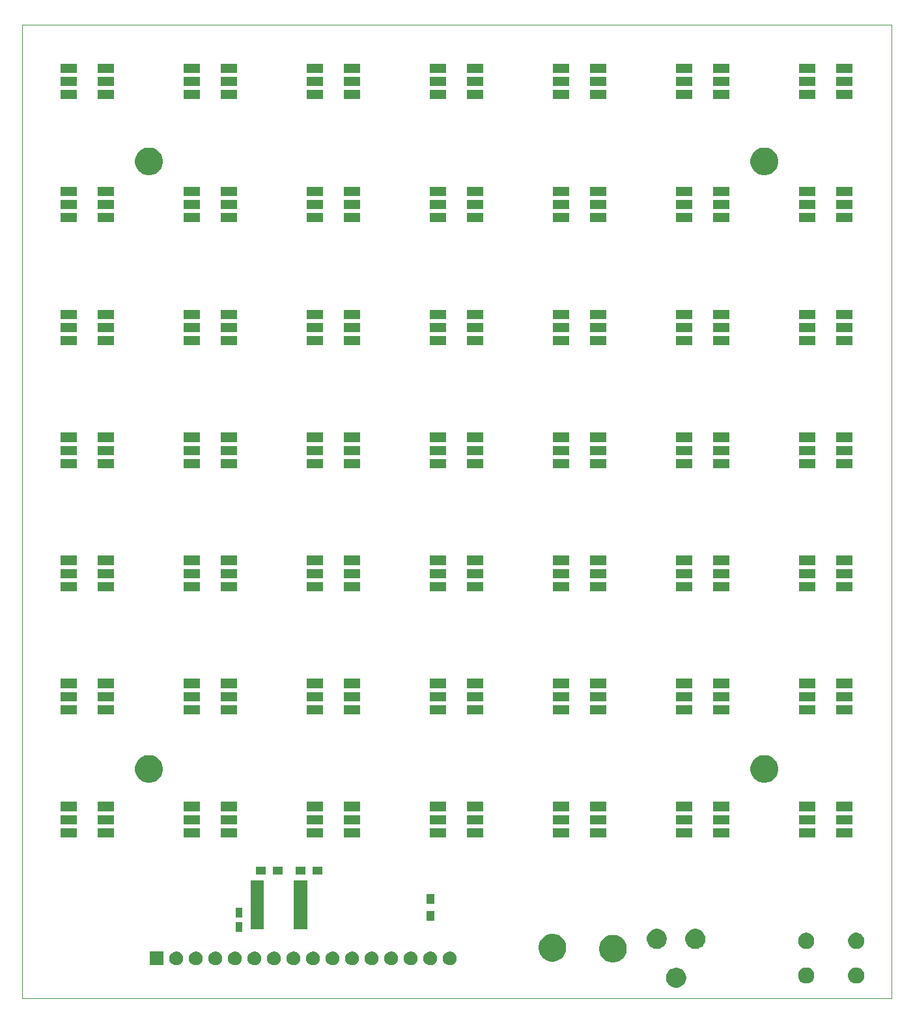
<source format=gbr>
G04 #@! TF.GenerationSoftware,KiCad,Pcbnew,(5.1.5)-3*
G04 #@! TF.CreationDate,2020-03-22T16:58:59-07:00*
G04 #@! TF.ProjectId,ESP-BuildStatus-Light-Board,4553502d-4275-4696-9c64-537461747573,rev?*
G04 #@! TF.SameCoordinates,Original*
G04 #@! TF.FileFunction,Soldermask,Top*
G04 #@! TF.FilePolarity,Negative*
%FSLAX46Y46*%
G04 Gerber Fmt 4.6, Leading zero omitted, Abs format (unit mm)*
G04 Created by KiCad (PCBNEW (5.1.5)-3) date 2020-03-22 16:58:59*
%MOMM*%
%LPD*%
G04 APERTURE LIST*
%ADD10C,0.050000*%
%ADD11C,0.100000*%
G04 APERTURE END LIST*
D10*
X130429000Y-144907000D02*
X130429000Y-18288000D01*
X243459000Y-144907000D02*
X130429000Y-144907000D01*
X243459000Y-18288000D02*
X243459000Y-144907000D01*
X130429000Y-18288000D02*
X243459000Y-18288000D01*
D11*
G36*
X215858487Y-140948996D02*
G01*
X216095253Y-141047068D01*
X216095255Y-141047069D01*
X216170932Y-141097635D01*
X216308339Y-141189447D01*
X216489553Y-141370661D01*
X216631932Y-141583747D01*
X216730004Y-141820513D01*
X216780000Y-142071861D01*
X216780000Y-142328139D01*
X216730004Y-142579487D01*
X216667508Y-142730365D01*
X216631931Y-142816255D01*
X216489553Y-143029339D01*
X216308339Y-143210553D01*
X216095255Y-143352931D01*
X216095254Y-143352932D01*
X216095253Y-143352932D01*
X215858487Y-143451004D01*
X215607139Y-143501000D01*
X215350861Y-143501000D01*
X215099513Y-143451004D01*
X214862747Y-143352932D01*
X214862746Y-143352932D01*
X214862745Y-143352931D01*
X214649661Y-143210553D01*
X214468447Y-143029339D01*
X214326069Y-142816255D01*
X214290492Y-142730365D01*
X214227996Y-142579487D01*
X214178000Y-142328139D01*
X214178000Y-142071861D01*
X214227996Y-141820513D01*
X214326068Y-141583747D01*
X214468447Y-141370661D01*
X214649661Y-141189447D01*
X214787068Y-141097635D01*
X214862745Y-141047069D01*
X214862747Y-141047068D01*
X215099513Y-140948996D01*
X215350861Y-140899000D01*
X215607139Y-140899000D01*
X215858487Y-140948996D01*
G37*
G36*
X239193564Y-140903389D02*
G01*
X239384833Y-140982615D01*
X239384835Y-140982616D01*
X239556973Y-141097635D01*
X239703365Y-141244027D01*
X239818385Y-141416167D01*
X239897611Y-141607436D01*
X239938000Y-141810484D01*
X239938000Y-142017516D01*
X239897611Y-142220564D01*
X239853053Y-142328137D01*
X239818384Y-142411835D01*
X239703365Y-142583973D01*
X239556973Y-142730365D01*
X239384835Y-142845384D01*
X239384834Y-142845385D01*
X239384833Y-142845385D01*
X239193564Y-142924611D01*
X238990516Y-142965000D01*
X238783484Y-142965000D01*
X238580436Y-142924611D01*
X238389167Y-142845385D01*
X238389166Y-142845385D01*
X238389165Y-142845384D01*
X238217027Y-142730365D01*
X238070635Y-142583973D01*
X237955616Y-142411835D01*
X237920947Y-142328137D01*
X237876389Y-142220564D01*
X237836000Y-142017516D01*
X237836000Y-141810484D01*
X237876389Y-141607436D01*
X237955615Y-141416167D01*
X238070635Y-141244027D01*
X238217027Y-141097635D01*
X238389165Y-140982616D01*
X238389167Y-140982615D01*
X238580436Y-140903389D01*
X238783484Y-140863000D01*
X238990516Y-140863000D01*
X239193564Y-140903389D01*
G37*
G36*
X232693564Y-140903389D02*
G01*
X232884833Y-140982615D01*
X232884835Y-140982616D01*
X233056973Y-141097635D01*
X233203365Y-141244027D01*
X233318385Y-141416167D01*
X233397611Y-141607436D01*
X233438000Y-141810484D01*
X233438000Y-142017516D01*
X233397611Y-142220564D01*
X233353053Y-142328137D01*
X233318384Y-142411835D01*
X233203365Y-142583973D01*
X233056973Y-142730365D01*
X232884835Y-142845384D01*
X232884834Y-142845385D01*
X232884833Y-142845385D01*
X232693564Y-142924611D01*
X232490516Y-142965000D01*
X232283484Y-142965000D01*
X232080436Y-142924611D01*
X231889167Y-142845385D01*
X231889166Y-142845385D01*
X231889165Y-142845384D01*
X231717027Y-142730365D01*
X231570635Y-142583973D01*
X231455616Y-142411835D01*
X231420947Y-142328137D01*
X231376389Y-142220564D01*
X231336000Y-142017516D01*
X231336000Y-141810484D01*
X231376389Y-141607436D01*
X231455615Y-141416167D01*
X231570635Y-141244027D01*
X231717027Y-141097635D01*
X231889165Y-140982616D01*
X231889167Y-140982615D01*
X232080436Y-140903389D01*
X232283484Y-140863000D01*
X232490516Y-140863000D01*
X232693564Y-140903389D01*
G37*
G36*
X168388512Y-138803927D02*
G01*
X168537812Y-138833624D01*
X168701784Y-138901544D01*
X168849354Y-139000147D01*
X168974853Y-139125646D01*
X169073456Y-139273216D01*
X169141376Y-139437188D01*
X169176000Y-139611259D01*
X169176000Y-139788741D01*
X169141376Y-139962812D01*
X169073456Y-140126784D01*
X168974853Y-140274354D01*
X168849354Y-140399853D01*
X168701784Y-140498456D01*
X168537812Y-140566376D01*
X168388512Y-140596073D01*
X168363742Y-140601000D01*
X168186258Y-140601000D01*
X168161488Y-140596073D01*
X168012188Y-140566376D01*
X167848216Y-140498456D01*
X167700646Y-140399853D01*
X167575147Y-140274354D01*
X167476544Y-140126784D01*
X167408624Y-139962812D01*
X167374000Y-139788741D01*
X167374000Y-139611259D01*
X167408624Y-139437188D01*
X167476544Y-139273216D01*
X167575147Y-139125646D01*
X167700646Y-139000147D01*
X167848216Y-138901544D01*
X168012188Y-138833624D01*
X168161488Y-138803927D01*
X168186258Y-138799000D01*
X168363742Y-138799000D01*
X168388512Y-138803927D01*
G37*
G36*
X163308512Y-138803927D02*
G01*
X163457812Y-138833624D01*
X163621784Y-138901544D01*
X163769354Y-139000147D01*
X163894853Y-139125646D01*
X163993456Y-139273216D01*
X164061376Y-139437188D01*
X164096000Y-139611259D01*
X164096000Y-139788741D01*
X164061376Y-139962812D01*
X163993456Y-140126784D01*
X163894853Y-140274354D01*
X163769354Y-140399853D01*
X163621784Y-140498456D01*
X163457812Y-140566376D01*
X163308512Y-140596073D01*
X163283742Y-140601000D01*
X163106258Y-140601000D01*
X163081488Y-140596073D01*
X162932188Y-140566376D01*
X162768216Y-140498456D01*
X162620646Y-140399853D01*
X162495147Y-140274354D01*
X162396544Y-140126784D01*
X162328624Y-139962812D01*
X162294000Y-139788741D01*
X162294000Y-139611259D01*
X162328624Y-139437188D01*
X162396544Y-139273216D01*
X162495147Y-139125646D01*
X162620646Y-139000147D01*
X162768216Y-138901544D01*
X162932188Y-138833624D01*
X163081488Y-138803927D01*
X163106258Y-138799000D01*
X163283742Y-138799000D01*
X163308512Y-138803927D01*
G37*
G36*
X160768512Y-138803927D02*
G01*
X160917812Y-138833624D01*
X161081784Y-138901544D01*
X161229354Y-139000147D01*
X161354853Y-139125646D01*
X161453456Y-139273216D01*
X161521376Y-139437188D01*
X161556000Y-139611259D01*
X161556000Y-139788741D01*
X161521376Y-139962812D01*
X161453456Y-140126784D01*
X161354853Y-140274354D01*
X161229354Y-140399853D01*
X161081784Y-140498456D01*
X160917812Y-140566376D01*
X160768512Y-140596073D01*
X160743742Y-140601000D01*
X160566258Y-140601000D01*
X160541488Y-140596073D01*
X160392188Y-140566376D01*
X160228216Y-140498456D01*
X160080646Y-140399853D01*
X159955147Y-140274354D01*
X159856544Y-140126784D01*
X159788624Y-139962812D01*
X159754000Y-139788741D01*
X159754000Y-139611259D01*
X159788624Y-139437188D01*
X159856544Y-139273216D01*
X159955147Y-139125646D01*
X160080646Y-139000147D01*
X160228216Y-138901544D01*
X160392188Y-138833624D01*
X160541488Y-138803927D01*
X160566258Y-138799000D01*
X160743742Y-138799000D01*
X160768512Y-138803927D01*
G37*
G36*
X158228512Y-138803927D02*
G01*
X158377812Y-138833624D01*
X158541784Y-138901544D01*
X158689354Y-139000147D01*
X158814853Y-139125646D01*
X158913456Y-139273216D01*
X158981376Y-139437188D01*
X159016000Y-139611259D01*
X159016000Y-139788741D01*
X158981376Y-139962812D01*
X158913456Y-140126784D01*
X158814853Y-140274354D01*
X158689354Y-140399853D01*
X158541784Y-140498456D01*
X158377812Y-140566376D01*
X158228512Y-140596073D01*
X158203742Y-140601000D01*
X158026258Y-140601000D01*
X158001488Y-140596073D01*
X157852188Y-140566376D01*
X157688216Y-140498456D01*
X157540646Y-140399853D01*
X157415147Y-140274354D01*
X157316544Y-140126784D01*
X157248624Y-139962812D01*
X157214000Y-139788741D01*
X157214000Y-139611259D01*
X157248624Y-139437188D01*
X157316544Y-139273216D01*
X157415147Y-139125646D01*
X157540646Y-139000147D01*
X157688216Y-138901544D01*
X157852188Y-138833624D01*
X158001488Y-138803927D01*
X158026258Y-138799000D01*
X158203742Y-138799000D01*
X158228512Y-138803927D01*
G37*
G36*
X155688512Y-138803927D02*
G01*
X155837812Y-138833624D01*
X156001784Y-138901544D01*
X156149354Y-139000147D01*
X156274853Y-139125646D01*
X156373456Y-139273216D01*
X156441376Y-139437188D01*
X156476000Y-139611259D01*
X156476000Y-139788741D01*
X156441376Y-139962812D01*
X156373456Y-140126784D01*
X156274853Y-140274354D01*
X156149354Y-140399853D01*
X156001784Y-140498456D01*
X155837812Y-140566376D01*
X155688512Y-140596073D01*
X155663742Y-140601000D01*
X155486258Y-140601000D01*
X155461488Y-140596073D01*
X155312188Y-140566376D01*
X155148216Y-140498456D01*
X155000646Y-140399853D01*
X154875147Y-140274354D01*
X154776544Y-140126784D01*
X154708624Y-139962812D01*
X154674000Y-139788741D01*
X154674000Y-139611259D01*
X154708624Y-139437188D01*
X154776544Y-139273216D01*
X154875147Y-139125646D01*
X155000646Y-139000147D01*
X155148216Y-138901544D01*
X155312188Y-138833624D01*
X155461488Y-138803927D01*
X155486258Y-138799000D01*
X155663742Y-138799000D01*
X155688512Y-138803927D01*
G37*
G36*
X153148512Y-138803927D02*
G01*
X153297812Y-138833624D01*
X153461784Y-138901544D01*
X153609354Y-139000147D01*
X153734853Y-139125646D01*
X153833456Y-139273216D01*
X153901376Y-139437188D01*
X153936000Y-139611259D01*
X153936000Y-139788741D01*
X153901376Y-139962812D01*
X153833456Y-140126784D01*
X153734853Y-140274354D01*
X153609354Y-140399853D01*
X153461784Y-140498456D01*
X153297812Y-140566376D01*
X153148512Y-140596073D01*
X153123742Y-140601000D01*
X152946258Y-140601000D01*
X152921488Y-140596073D01*
X152772188Y-140566376D01*
X152608216Y-140498456D01*
X152460646Y-140399853D01*
X152335147Y-140274354D01*
X152236544Y-140126784D01*
X152168624Y-139962812D01*
X152134000Y-139788741D01*
X152134000Y-139611259D01*
X152168624Y-139437188D01*
X152236544Y-139273216D01*
X152335147Y-139125646D01*
X152460646Y-139000147D01*
X152608216Y-138901544D01*
X152772188Y-138833624D01*
X152921488Y-138803927D01*
X152946258Y-138799000D01*
X153123742Y-138799000D01*
X153148512Y-138803927D01*
G37*
G36*
X150608512Y-138803927D02*
G01*
X150757812Y-138833624D01*
X150921784Y-138901544D01*
X151069354Y-139000147D01*
X151194853Y-139125646D01*
X151293456Y-139273216D01*
X151361376Y-139437188D01*
X151396000Y-139611259D01*
X151396000Y-139788741D01*
X151361376Y-139962812D01*
X151293456Y-140126784D01*
X151194853Y-140274354D01*
X151069354Y-140399853D01*
X150921784Y-140498456D01*
X150757812Y-140566376D01*
X150608512Y-140596073D01*
X150583742Y-140601000D01*
X150406258Y-140601000D01*
X150381488Y-140596073D01*
X150232188Y-140566376D01*
X150068216Y-140498456D01*
X149920646Y-140399853D01*
X149795147Y-140274354D01*
X149696544Y-140126784D01*
X149628624Y-139962812D01*
X149594000Y-139788741D01*
X149594000Y-139611259D01*
X149628624Y-139437188D01*
X149696544Y-139273216D01*
X149795147Y-139125646D01*
X149920646Y-139000147D01*
X150068216Y-138901544D01*
X150232188Y-138833624D01*
X150381488Y-138803927D01*
X150406258Y-138799000D01*
X150583742Y-138799000D01*
X150608512Y-138803927D01*
G37*
G36*
X148856000Y-140601000D02*
G01*
X147054000Y-140601000D01*
X147054000Y-138799000D01*
X148856000Y-138799000D01*
X148856000Y-140601000D01*
G37*
G36*
X165848512Y-138803927D02*
G01*
X165997812Y-138833624D01*
X166161784Y-138901544D01*
X166309354Y-139000147D01*
X166434853Y-139125646D01*
X166533456Y-139273216D01*
X166601376Y-139437188D01*
X166636000Y-139611259D01*
X166636000Y-139788741D01*
X166601376Y-139962812D01*
X166533456Y-140126784D01*
X166434853Y-140274354D01*
X166309354Y-140399853D01*
X166161784Y-140498456D01*
X165997812Y-140566376D01*
X165848512Y-140596073D01*
X165823742Y-140601000D01*
X165646258Y-140601000D01*
X165621488Y-140596073D01*
X165472188Y-140566376D01*
X165308216Y-140498456D01*
X165160646Y-140399853D01*
X165035147Y-140274354D01*
X164936544Y-140126784D01*
X164868624Y-139962812D01*
X164834000Y-139788741D01*
X164834000Y-139611259D01*
X164868624Y-139437188D01*
X164936544Y-139273216D01*
X165035147Y-139125646D01*
X165160646Y-139000147D01*
X165308216Y-138901544D01*
X165472188Y-138833624D01*
X165621488Y-138803927D01*
X165646258Y-138799000D01*
X165823742Y-138799000D01*
X165848512Y-138803927D01*
G37*
G36*
X170928512Y-138803927D02*
G01*
X171077812Y-138833624D01*
X171241784Y-138901544D01*
X171389354Y-139000147D01*
X171514853Y-139125646D01*
X171613456Y-139273216D01*
X171681376Y-139437188D01*
X171716000Y-139611259D01*
X171716000Y-139788741D01*
X171681376Y-139962812D01*
X171613456Y-140126784D01*
X171514853Y-140274354D01*
X171389354Y-140399853D01*
X171241784Y-140498456D01*
X171077812Y-140566376D01*
X170928512Y-140596073D01*
X170903742Y-140601000D01*
X170726258Y-140601000D01*
X170701488Y-140596073D01*
X170552188Y-140566376D01*
X170388216Y-140498456D01*
X170240646Y-140399853D01*
X170115147Y-140274354D01*
X170016544Y-140126784D01*
X169948624Y-139962812D01*
X169914000Y-139788741D01*
X169914000Y-139611259D01*
X169948624Y-139437188D01*
X170016544Y-139273216D01*
X170115147Y-139125646D01*
X170240646Y-139000147D01*
X170388216Y-138901544D01*
X170552188Y-138833624D01*
X170701488Y-138803927D01*
X170726258Y-138799000D01*
X170903742Y-138799000D01*
X170928512Y-138803927D01*
G37*
G36*
X176008512Y-138803927D02*
G01*
X176157812Y-138833624D01*
X176321784Y-138901544D01*
X176469354Y-139000147D01*
X176594853Y-139125646D01*
X176693456Y-139273216D01*
X176761376Y-139437188D01*
X176796000Y-139611259D01*
X176796000Y-139788741D01*
X176761376Y-139962812D01*
X176693456Y-140126784D01*
X176594853Y-140274354D01*
X176469354Y-140399853D01*
X176321784Y-140498456D01*
X176157812Y-140566376D01*
X176008512Y-140596073D01*
X175983742Y-140601000D01*
X175806258Y-140601000D01*
X175781488Y-140596073D01*
X175632188Y-140566376D01*
X175468216Y-140498456D01*
X175320646Y-140399853D01*
X175195147Y-140274354D01*
X175096544Y-140126784D01*
X175028624Y-139962812D01*
X174994000Y-139788741D01*
X174994000Y-139611259D01*
X175028624Y-139437188D01*
X175096544Y-139273216D01*
X175195147Y-139125646D01*
X175320646Y-139000147D01*
X175468216Y-138901544D01*
X175632188Y-138833624D01*
X175781488Y-138803927D01*
X175806258Y-138799000D01*
X175983742Y-138799000D01*
X176008512Y-138803927D01*
G37*
G36*
X178548512Y-138803927D02*
G01*
X178697812Y-138833624D01*
X178861784Y-138901544D01*
X179009354Y-139000147D01*
X179134853Y-139125646D01*
X179233456Y-139273216D01*
X179301376Y-139437188D01*
X179336000Y-139611259D01*
X179336000Y-139788741D01*
X179301376Y-139962812D01*
X179233456Y-140126784D01*
X179134853Y-140274354D01*
X179009354Y-140399853D01*
X178861784Y-140498456D01*
X178697812Y-140566376D01*
X178548512Y-140596073D01*
X178523742Y-140601000D01*
X178346258Y-140601000D01*
X178321488Y-140596073D01*
X178172188Y-140566376D01*
X178008216Y-140498456D01*
X177860646Y-140399853D01*
X177735147Y-140274354D01*
X177636544Y-140126784D01*
X177568624Y-139962812D01*
X177534000Y-139788741D01*
X177534000Y-139611259D01*
X177568624Y-139437188D01*
X177636544Y-139273216D01*
X177735147Y-139125646D01*
X177860646Y-139000147D01*
X178008216Y-138901544D01*
X178172188Y-138833624D01*
X178321488Y-138803927D01*
X178346258Y-138799000D01*
X178523742Y-138799000D01*
X178548512Y-138803927D01*
G37*
G36*
X181088512Y-138803927D02*
G01*
X181237812Y-138833624D01*
X181401784Y-138901544D01*
X181549354Y-139000147D01*
X181674853Y-139125646D01*
X181773456Y-139273216D01*
X181841376Y-139437188D01*
X181876000Y-139611259D01*
X181876000Y-139788741D01*
X181841376Y-139962812D01*
X181773456Y-140126784D01*
X181674853Y-140274354D01*
X181549354Y-140399853D01*
X181401784Y-140498456D01*
X181237812Y-140566376D01*
X181088512Y-140596073D01*
X181063742Y-140601000D01*
X180886258Y-140601000D01*
X180861488Y-140596073D01*
X180712188Y-140566376D01*
X180548216Y-140498456D01*
X180400646Y-140399853D01*
X180275147Y-140274354D01*
X180176544Y-140126784D01*
X180108624Y-139962812D01*
X180074000Y-139788741D01*
X180074000Y-139611259D01*
X180108624Y-139437188D01*
X180176544Y-139273216D01*
X180275147Y-139125646D01*
X180400646Y-139000147D01*
X180548216Y-138901544D01*
X180712188Y-138833624D01*
X180861488Y-138803927D01*
X180886258Y-138799000D01*
X181063742Y-138799000D01*
X181088512Y-138803927D01*
G37*
G36*
X183628512Y-138803927D02*
G01*
X183777812Y-138833624D01*
X183941784Y-138901544D01*
X184089354Y-139000147D01*
X184214853Y-139125646D01*
X184313456Y-139273216D01*
X184381376Y-139437188D01*
X184416000Y-139611259D01*
X184416000Y-139788741D01*
X184381376Y-139962812D01*
X184313456Y-140126784D01*
X184214853Y-140274354D01*
X184089354Y-140399853D01*
X183941784Y-140498456D01*
X183777812Y-140566376D01*
X183628512Y-140596073D01*
X183603742Y-140601000D01*
X183426258Y-140601000D01*
X183401488Y-140596073D01*
X183252188Y-140566376D01*
X183088216Y-140498456D01*
X182940646Y-140399853D01*
X182815147Y-140274354D01*
X182716544Y-140126784D01*
X182648624Y-139962812D01*
X182614000Y-139788741D01*
X182614000Y-139611259D01*
X182648624Y-139437188D01*
X182716544Y-139273216D01*
X182815147Y-139125646D01*
X182940646Y-139000147D01*
X183088216Y-138901544D01*
X183252188Y-138833624D01*
X183401488Y-138803927D01*
X183426258Y-138799000D01*
X183603742Y-138799000D01*
X183628512Y-138803927D01*
G37*
G36*
X186168512Y-138803927D02*
G01*
X186317812Y-138833624D01*
X186481784Y-138901544D01*
X186629354Y-139000147D01*
X186754853Y-139125646D01*
X186853456Y-139273216D01*
X186921376Y-139437188D01*
X186956000Y-139611259D01*
X186956000Y-139788741D01*
X186921376Y-139962812D01*
X186853456Y-140126784D01*
X186754853Y-140274354D01*
X186629354Y-140399853D01*
X186481784Y-140498456D01*
X186317812Y-140566376D01*
X186168512Y-140596073D01*
X186143742Y-140601000D01*
X185966258Y-140601000D01*
X185941488Y-140596073D01*
X185792188Y-140566376D01*
X185628216Y-140498456D01*
X185480646Y-140399853D01*
X185355147Y-140274354D01*
X185256544Y-140126784D01*
X185188624Y-139962812D01*
X185154000Y-139788741D01*
X185154000Y-139611259D01*
X185188624Y-139437188D01*
X185256544Y-139273216D01*
X185355147Y-139125646D01*
X185480646Y-139000147D01*
X185628216Y-138901544D01*
X185792188Y-138833624D01*
X185941488Y-138803927D01*
X185966258Y-138799000D01*
X186143742Y-138799000D01*
X186168512Y-138803927D01*
G37*
G36*
X173468512Y-138803927D02*
G01*
X173617812Y-138833624D01*
X173781784Y-138901544D01*
X173929354Y-139000147D01*
X174054853Y-139125646D01*
X174153456Y-139273216D01*
X174221376Y-139437188D01*
X174256000Y-139611259D01*
X174256000Y-139788741D01*
X174221376Y-139962812D01*
X174153456Y-140126784D01*
X174054853Y-140274354D01*
X173929354Y-140399853D01*
X173781784Y-140498456D01*
X173617812Y-140566376D01*
X173468512Y-140596073D01*
X173443742Y-140601000D01*
X173266258Y-140601000D01*
X173241488Y-140596073D01*
X173092188Y-140566376D01*
X172928216Y-140498456D01*
X172780646Y-140399853D01*
X172655147Y-140274354D01*
X172556544Y-140126784D01*
X172488624Y-139962812D01*
X172454000Y-139788741D01*
X172454000Y-139611259D01*
X172488624Y-139437188D01*
X172556544Y-139273216D01*
X172655147Y-139125646D01*
X172780646Y-139000147D01*
X172928216Y-138901544D01*
X173092188Y-138833624D01*
X173241488Y-138803927D01*
X173266258Y-138799000D01*
X173443742Y-138799000D01*
X173468512Y-138803927D01*
G37*
G36*
X207789331Y-136698211D02*
G01*
X208117092Y-136833974D01*
X208412070Y-137031072D01*
X208662928Y-137281930D01*
X208860026Y-137576908D01*
X208995789Y-137904669D01*
X209065000Y-138252616D01*
X209065000Y-138607384D01*
X208995789Y-138955331D01*
X208860026Y-139283092D01*
X208662928Y-139578070D01*
X208412070Y-139828928D01*
X208117092Y-140026026D01*
X207789331Y-140161789D01*
X207441384Y-140231000D01*
X207086616Y-140231000D01*
X206738669Y-140161789D01*
X206410908Y-140026026D01*
X206115930Y-139828928D01*
X205865072Y-139578070D01*
X205667974Y-139283092D01*
X205532211Y-138955331D01*
X205463000Y-138607384D01*
X205463000Y-138252616D01*
X205532211Y-137904669D01*
X205667974Y-137576908D01*
X205865072Y-137281930D01*
X206115930Y-137031072D01*
X206410908Y-136833974D01*
X206738669Y-136698211D01*
X207086616Y-136629000D01*
X207441384Y-136629000D01*
X207789331Y-136698211D01*
G37*
G36*
X199915331Y-136571211D02*
G01*
X200243092Y-136706974D01*
X200538070Y-136904072D01*
X200788928Y-137154930D01*
X200986026Y-137449908D01*
X201121789Y-137777669D01*
X201191000Y-138125616D01*
X201191000Y-138480384D01*
X201121789Y-138828331D01*
X200986026Y-139156092D01*
X200788928Y-139451070D01*
X200538070Y-139701928D01*
X200243092Y-139899026D01*
X199915331Y-140034789D01*
X199567384Y-140104000D01*
X199212616Y-140104000D01*
X198864669Y-140034789D01*
X198536908Y-139899026D01*
X198241930Y-139701928D01*
X197991072Y-139451070D01*
X197793974Y-139156092D01*
X197658211Y-138828331D01*
X197589000Y-138480384D01*
X197589000Y-138125616D01*
X197658211Y-137777669D01*
X197793974Y-137449908D01*
X197991072Y-137154930D01*
X198241930Y-136904072D01*
X198536908Y-136706974D01*
X198864669Y-136571211D01*
X199212616Y-136502000D01*
X199567384Y-136502000D01*
X199915331Y-136571211D01*
G37*
G36*
X239193564Y-136403389D02*
G01*
X239384833Y-136482615D01*
X239384835Y-136482616D01*
X239556973Y-136597635D01*
X239703365Y-136744027D01*
X239810304Y-136904072D01*
X239818385Y-136916167D01*
X239897611Y-137107436D01*
X239938000Y-137310484D01*
X239938000Y-137517516D01*
X239897611Y-137720564D01*
X239873957Y-137777669D01*
X239818384Y-137911835D01*
X239703365Y-138083973D01*
X239556973Y-138230365D01*
X239384835Y-138345384D01*
X239384834Y-138345385D01*
X239384833Y-138345385D01*
X239193564Y-138424611D01*
X238990516Y-138465000D01*
X238783484Y-138465000D01*
X238580436Y-138424611D01*
X238389167Y-138345385D01*
X238389166Y-138345385D01*
X238389165Y-138345384D01*
X238217027Y-138230365D01*
X238070635Y-138083973D01*
X237955616Y-137911835D01*
X237900043Y-137777669D01*
X237876389Y-137720564D01*
X237836000Y-137517516D01*
X237836000Y-137310484D01*
X237876389Y-137107436D01*
X237955615Y-136916167D01*
X237963697Y-136904072D01*
X238070635Y-136744027D01*
X238217027Y-136597635D01*
X238389165Y-136482616D01*
X238389167Y-136482615D01*
X238580436Y-136403389D01*
X238783484Y-136363000D01*
X238990516Y-136363000D01*
X239193564Y-136403389D01*
G37*
G36*
X232693564Y-136403389D02*
G01*
X232884833Y-136482615D01*
X232884835Y-136482616D01*
X233056973Y-136597635D01*
X233203365Y-136744027D01*
X233310304Y-136904072D01*
X233318385Y-136916167D01*
X233397611Y-137107436D01*
X233438000Y-137310484D01*
X233438000Y-137517516D01*
X233397611Y-137720564D01*
X233373957Y-137777669D01*
X233318384Y-137911835D01*
X233203365Y-138083973D01*
X233056973Y-138230365D01*
X232884835Y-138345384D01*
X232884834Y-138345385D01*
X232884833Y-138345385D01*
X232693564Y-138424611D01*
X232490516Y-138465000D01*
X232283484Y-138465000D01*
X232080436Y-138424611D01*
X231889167Y-138345385D01*
X231889166Y-138345385D01*
X231889165Y-138345384D01*
X231717027Y-138230365D01*
X231570635Y-138083973D01*
X231455616Y-137911835D01*
X231400043Y-137777669D01*
X231376389Y-137720564D01*
X231336000Y-137517516D01*
X231336000Y-137310484D01*
X231376389Y-137107436D01*
X231455615Y-136916167D01*
X231463697Y-136904072D01*
X231570635Y-136744027D01*
X231717027Y-136597635D01*
X231889165Y-136482616D01*
X231889167Y-136482615D01*
X232080436Y-136403389D01*
X232283484Y-136363000D01*
X232490516Y-136363000D01*
X232693564Y-136403389D01*
G37*
G36*
X218358487Y-135908996D02*
G01*
X218595253Y-136007068D01*
X218595255Y-136007069D01*
X218808339Y-136149447D01*
X218989553Y-136330661D01*
X219131932Y-136543747D01*
X219230004Y-136780513D01*
X219280000Y-137031861D01*
X219280000Y-137288139D01*
X219230004Y-137539487D01*
X219154999Y-137720564D01*
X219131931Y-137776255D01*
X218989553Y-137989339D01*
X218808339Y-138170553D01*
X218595255Y-138312931D01*
X218595254Y-138312932D01*
X218595253Y-138312932D01*
X218358487Y-138411004D01*
X218107139Y-138461000D01*
X217850861Y-138461000D01*
X217599513Y-138411004D01*
X217362747Y-138312932D01*
X217362746Y-138312932D01*
X217362745Y-138312931D01*
X217149661Y-138170553D01*
X216968447Y-137989339D01*
X216826069Y-137776255D01*
X216803001Y-137720564D01*
X216727996Y-137539487D01*
X216678000Y-137288139D01*
X216678000Y-137031861D01*
X216727996Y-136780513D01*
X216826068Y-136543747D01*
X216968447Y-136330661D01*
X217149661Y-136149447D01*
X217362745Y-136007069D01*
X217362747Y-136007068D01*
X217599513Y-135908996D01*
X217850861Y-135859000D01*
X218107139Y-135859000D01*
X218358487Y-135908996D01*
G37*
G36*
X213358487Y-135908996D02*
G01*
X213595253Y-136007068D01*
X213595255Y-136007069D01*
X213808339Y-136149447D01*
X213989553Y-136330661D01*
X214131932Y-136543747D01*
X214230004Y-136780513D01*
X214280000Y-137031861D01*
X214280000Y-137288139D01*
X214230004Y-137539487D01*
X214154999Y-137720564D01*
X214131931Y-137776255D01*
X213989553Y-137989339D01*
X213808339Y-138170553D01*
X213595255Y-138312931D01*
X213595254Y-138312932D01*
X213595253Y-138312932D01*
X213358487Y-138411004D01*
X213107139Y-138461000D01*
X212850861Y-138461000D01*
X212599513Y-138411004D01*
X212362747Y-138312932D01*
X212362746Y-138312932D01*
X212362745Y-138312931D01*
X212149661Y-138170553D01*
X211968447Y-137989339D01*
X211826069Y-137776255D01*
X211803001Y-137720564D01*
X211727996Y-137539487D01*
X211678000Y-137288139D01*
X211678000Y-137031861D01*
X211727996Y-136780513D01*
X211826068Y-136543747D01*
X211968447Y-136330661D01*
X212149661Y-136149447D01*
X212362745Y-136007069D01*
X212362747Y-136007068D01*
X212599513Y-135908996D01*
X212850861Y-135859000D01*
X213107139Y-135859000D01*
X213358487Y-135908996D01*
G37*
G36*
X159049000Y-136287000D02*
G01*
X158197000Y-136287000D01*
X158197000Y-134985000D01*
X159049000Y-134985000D01*
X159049000Y-136287000D01*
G37*
G36*
X167506200Y-135866200D02*
G01*
X165753800Y-135866200D01*
X165753800Y-129563800D01*
X167506200Y-129563800D01*
X167506200Y-135866200D01*
G37*
G36*
X161906200Y-135866200D02*
G01*
X160153800Y-135866200D01*
X160153800Y-129563800D01*
X161906200Y-129563800D01*
X161906200Y-135866200D01*
G37*
G36*
X184016000Y-134847000D02*
G01*
X183014000Y-134847000D01*
X183014000Y-133545000D01*
X184016000Y-133545000D01*
X184016000Y-134847000D01*
G37*
G36*
X159049000Y-134387000D02*
G01*
X158197000Y-134387000D01*
X158197000Y-133085000D01*
X159049000Y-133085000D01*
X159049000Y-134387000D01*
G37*
G36*
X184016000Y-132647000D02*
G01*
X183014000Y-132647000D01*
X183014000Y-131345000D01*
X184016000Y-131345000D01*
X184016000Y-132647000D01*
G37*
G36*
X162154000Y-128771000D02*
G01*
X160852000Y-128771000D01*
X160852000Y-127769000D01*
X162154000Y-127769000D01*
X162154000Y-128771000D01*
G37*
G36*
X167318000Y-128771000D02*
G01*
X166016000Y-128771000D01*
X166016000Y-127769000D01*
X167318000Y-127769000D01*
X167318000Y-128771000D01*
G37*
G36*
X164354000Y-128771000D02*
G01*
X163052000Y-128771000D01*
X163052000Y-127769000D01*
X164354000Y-127769000D01*
X164354000Y-128771000D01*
G37*
G36*
X169518000Y-128771000D02*
G01*
X168216000Y-128771000D01*
X168216000Y-127769000D01*
X169518000Y-127769000D01*
X169518000Y-128771000D01*
G37*
G36*
X142371000Y-123951000D02*
G01*
X140269000Y-123951000D01*
X140269000Y-122749000D01*
X142371000Y-122749000D01*
X142371000Y-123951000D01*
G37*
G36*
X217571000Y-123951000D02*
G01*
X215469000Y-123951000D01*
X215469000Y-122749000D01*
X217571000Y-122749000D01*
X217571000Y-123951000D01*
G37*
G36*
X206371000Y-123951000D02*
G01*
X204269000Y-123951000D01*
X204269000Y-122749000D01*
X206371000Y-122749000D01*
X206371000Y-123951000D01*
G37*
G36*
X238371000Y-123951000D02*
G01*
X236269000Y-123951000D01*
X236269000Y-122749000D01*
X238371000Y-122749000D01*
X238371000Y-123951000D01*
G37*
G36*
X233571000Y-123951000D02*
G01*
X231469000Y-123951000D01*
X231469000Y-122749000D01*
X233571000Y-122749000D01*
X233571000Y-123951000D01*
G37*
G36*
X185571000Y-123951000D02*
G01*
X183469000Y-123951000D01*
X183469000Y-122749000D01*
X185571000Y-122749000D01*
X185571000Y-123951000D01*
G37*
G36*
X137571000Y-123951000D02*
G01*
X135469000Y-123951000D01*
X135469000Y-122749000D01*
X137571000Y-122749000D01*
X137571000Y-123951000D01*
G37*
G36*
X222371000Y-123951000D02*
G01*
X220269000Y-123951000D01*
X220269000Y-122749000D01*
X222371000Y-122749000D01*
X222371000Y-123951000D01*
G37*
G36*
X174371000Y-123951000D02*
G01*
X172269000Y-123951000D01*
X172269000Y-122749000D01*
X174371000Y-122749000D01*
X174371000Y-123951000D01*
G37*
G36*
X153571000Y-123951000D02*
G01*
X151469000Y-123951000D01*
X151469000Y-122749000D01*
X153571000Y-122749000D01*
X153571000Y-123951000D01*
G37*
G36*
X158371000Y-123951000D02*
G01*
X156269000Y-123951000D01*
X156269000Y-122749000D01*
X158371000Y-122749000D01*
X158371000Y-123951000D01*
G37*
G36*
X169571000Y-123951000D02*
G01*
X167469000Y-123951000D01*
X167469000Y-122749000D01*
X169571000Y-122749000D01*
X169571000Y-123951000D01*
G37*
G36*
X201571000Y-123951000D02*
G01*
X199469000Y-123951000D01*
X199469000Y-122749000D01*
X201571000Y-122749000D01*
X201571000Y-123951000D01*
G37*
G36*
X190371000Y-123951000D02*
G01*
X188269000Y-123951000D01*
X188269000Y-122749000D01*
X190371000Y-122749000D01*
X190371000Y-123951000D01*
G37*
G36*
X153571000Y-122251000D02*
G01*
X151469000Y-122251000D01*
X151469000Y-121049000D01*
X153571000Y-121049000D01*
X153571000Y-122251000D01*
G37*
G36*
X158371000Y-122251000D02*
G01*
X156269000Y-122251000D01*
X156269000Y-121049000D01*
X158371000Y-121049000D01*
X158371000Y-122251000D01*
G37*
G36*
X174371000Y-122251000D02*
G01*
X172269000Y-122251000D01*
X172269000Y-121049000D01*
X174371000Y-121049000D01*
X174371000Y-122251000D01*
G37*
G36*
X169571000Y-122251000D02*
G01*
X167469000Y-122251000D01*
X167469000Y-121049000D01*
X169571000Y-121049000D01*
X169571000Y-122251000D01*
G37*
G36*
X201571000Y-122251000D02*
G01*
X199469000Y-122251000D01*
X199469000Y-121049000D01*
X201571000Y-121049000D01*
X201571000Y-122251000D01*
G37*
G36*
X222371000Y-122251000D02*
G01*
X220269000Y-122251000D01*
X220269000Y-121049000D01*
X222371000Y-121049000D01*
X222371000Y-122251000D01*
G37*
G36*
X217571000Y-122251000D02*
G01*
X215469000Y-122251000D01*
X215469000Y-121049000D01*
X217571000Y-121049000D01*
X217571000Y-122251000D01*
G37*
G36*
X206371000Y-122251000D02*
G01*
X204269000Y-122251000D01*
X204269000Y-121049000D01*
X206371000Y-121049000D01*
X206371000Y-122251000D01*
G37*
G36*
X185571000Y-122251000D02*
G01*
X183469000Y-122251000D01*
X183469000Y-121049000D01*
X185571000Y-121049000D01*
X185571000Y-122251000D01*
G37*
G36*
X142371000Y-122251000D02*
G01*
X140269000Y-122251000D01*
X140269000Y-121049000D01*
X142371000Y-121049000D01*
X142371000Y-122251000D01*
G37*
G36*
X190371000Y-122251000D02*
G01*
X188269000Y-122251000D01*
X188269000Y-121049000D01*
X190371000Y-121049000D01*
X190371000Y-122251000D01*
G37*
G36*
X137571000Y-122251000D02*
G01*
X135469000Y-122251000D01*
X135469000Y-121049000D01*
X137571000Y-121049000D01*
X137571000Y-122251000D01*
G37*
G36*
X233571000Y-122251000D02*
G01*
X231469000Y-122251000D01*
X231469000Y-121049000D01*
X233571000Y-121049000D01*
X233571000Y-122251000D01*
G37*
G36*
X238371000Y-122251000D02*
G01*
X236269000Y-122251000D01*
X236269000Y-121049000D01*
X238371000Y-121049000D01*
X238371000Y-122251000D01*
G37*
G36*
X158371000Y-120551000D02*
G01*
X156269000Y-120551000D01*
X156269000Y-119349000D01*
X158371000Y-119349000D01*
X158371000Y-120551000D01*
G37*
G36*
X201571000Y-120551000D02*
G01*
X199469000Y-120551000D01*
X199469000Y-119349000D01*
X201571000Y-119349000D01*
X201571000Y-120551000D01*
G37*
G36*
X217571000Y-120551000D02*
G01*
X215469000Y-120551000D01*
X215469000Y-119349000D01*
X217571000Y-119349000D01*
X217571000Y-120551000D01*
G37*
G36*
X233571000Y-120551000D02*
G01*
X231469000Y-120551000D01*
X231469000Y-119349000D01*
X233571000Y-119349000D01*
X233571000Y-120551000D01*
G37*
G36*
X238371000Y-120551000D02*
G01*
X236269000Y-120551000D01*
X236269000Y-119349000D01*
X238371000Y-119349000D01*
X238371000Y-120551000D01*
G37*
G36*
X222371000Y-120551000D02*
G01*
X220269000Y-120551000D01*
X220269000Y-119349000D01*
X222371000Y-119349000D01*
X222371000Y-120551000D01*
G37*
G36*
X153571000Y-120551000D02*
G01*
X151469000Y-120551000D01*
X151469000Y-119349000D01*
X153571000Y-119349000D01*
X153571000Y-120551000D01*
G37*
G36*
X137571000Y-120551000D02*
G01*
X135469000Y-120551000D01*
X135469000Y-119349000D01*
X137571000Y-119349000D01*
X137571000Y-120551000D01*
G37*
G36*
X174371000Y-120551000D02*
G01*
X172269000Y-120551000D01*
X172269000Y-119349000D01*
X174371000Y-119349000D01*
X174371000Y-120551000D01*
G37*
G36*
X169571000Y-120551000D02*
G01*
X167469000Y-120551000D01*
X167469000Y-119349000D01*
X169571000Y-119349000D01*
X169571000Y-120551000D01*
G37*
G36*
X190371000Y-120551000D02*
G01*
X188269000Y-120551000D01*
X188269000Y-119349000D01*
X190371000Y-119349000D01*
X190371000Y-120551000D01*
G37*
G36*
X185571000Y-120551000D02*
G01*
X183469000Y-120551000D01*
X183469000Y-119349000D01*
X185571000Y-119349000D01*
X185571000Y-120551000D01*
G37*
G36*
X206371000Y-120551000D02*
G01*
X204269000Y-120551000D01*
X204269000Y-119349000D01*
X206371000Y-119349000D01*
X206371000Y-120551000D01*
G37*
G36*
X142371000Y-120551000D02*
G01*
X140269000Y-120551000D01*
X140269000Y-119349000D01*
X142371000Y-119349000D01*
X142371000Y-120551000D01*
G37*
G36*
X227474331Y-113330211D02*
G01*
X227802092Y-113465974D01*
X228097070Y-113663072D01*
X228347928Y-113913930D01*
X228545026Y-114208908D01*
X228680789Y-114536669D01*
X228750000Y-114884616D01*
X228750000Y-115239384D01*
X228680789Y-115587331D01*
X228545026Y-115915092D01*
X228347928Y-116210070D01*
X228097070Y-116460928D01*
X227802092Y-116658026D01*
X227474331Y-116793789D01*
X227126384Y-116863000D01*
X226771616Y-116863000D01*
X226423669Y-116793789D01*
X226095908Y-116658026D01*
X225800930Y-116460928D01*
X225550072Y-116210070D01*
X225352974Y-115915092D01*
X225217211Y-115587331D01*
X225148000Y-115239384D01*
X225148000Y-114884616D01*
X225217211Y-114536669D01*
X225352974Y-114208908D01*
X225550072Y-113913930D01*
X225800930Y-113663072D01*
X226095908Y-113465974D01*
X226423669Y-113330211D01*
X226771616Y-113261000D01*
X227126384Y-113261000D01*
X227474331Y-113330211D01*
G37*
G36*
X147464331Y-113330211D02*
G01*
X147792092Y-113465974D01*
X148087070Y-113663072D01*
X148337928Y-113913930D01*
X148535026Y-114208908D01*
X148670789Y-114536669D01*
X148740000Y-114884616D01*
X148740000Y-115239384D01*
X148670789Y-115587331D01*
X148535026Y-115915092D01*
X148337928Y-116210070D01*
X148087070Y-116460928D01*
X147792092Y-116658026D01*
X147464331Y-116793789D01*
X147116384Y-116863000D01*
X146761616Y-116863000D01*
X146413669Y-116793789D01*
X146085908Y-116658026D01*
X145790930Y-116460928D01*
X145540072Y-116210070D01*
X145342974Y-115915092D01*
X145207211Y-115587331D01*
X145138000Y-115239384D01*
X145138000Y-114884616D01*
X145207211Y-114536669D01*
X145342974Y-114208908D01*
X145540072Y-113913930D01*
X145790930Y-113663072D01*
X146085908Y-113465974D01*
X146413669Y-113330211D01*
X146761616Y-113261000D01*
X147116384Y-113261000D01*
X147464331Y-113330211D01*
G37*
G36*
X158371000Y-107951000D02*
G01*
X156269000Y-107951000D01*
X156269000Y-106749000D01*
X158371000Y-106749000D01*
X158371000Y-107951000D01*
G37*
G36*
X153571000Y-107951000D02*
G01*
X151469000Y-107951000D01*
X151469000Y-106749000D01*
X153571000Y-106749000D01*
X153571000Y-107951000D01*
G37*
G36*
X206371000Y-107951000D02*
G01*
X204269000Y-107951000D01*
X204269000Y-106749000D01*
X206371000Y-106749000D01*
X206371000Y-107951000D01*
G37*
G36*
X201571000Y-107951000D02*
G01*
X199469000Y-107951000D01*
X199469000Y-106749000D01*
X201571000Y-106749000D01*
X201571000Y-107951000D01*
G37*
G36*
X142371000Y-107951000D02*
G01*
X140269000Y-107951000D01*
X140269000Y-106749000D01*
X142371000Y-106749000D01*
X142371000Y-107951000D01*
G37*
G36*
X137571000Y-107951000D02*
G01*
X135469000Y-107951000D01*
X135469000Y-106749000D01*
X137571000Y-106749000D01*
X137571000Y-107951000D01*
G37*
G36*
X190371000Y-107951000D02*
G01*
X188269000Y-107951000D01*
X188269000Y-106749000D01*
X190371000Y-106749000D01*
X190371000Y-107951000D01*
G37*
G36*
X185571000Y-107951000D02*
G01*
X183469000Y-107951000D01*
X183469000Y-106749000D01*
X185571000Y-106749000D01*
X185571000Y-107951000D01*
G37*
G36*
X238371000Y-107951000D02*
G01*
X236269000Y-107951000D01*
X236269000Y-106749000D01*
X238371000Y-106749000D01*
X238371000Y-107951000D01*
G37*
G36*
X222371000Y-107951000D02*
G01*
X220269000Y-107951000D01*
X220269000Y-106749000D01*
X222371000Y-106749000D01*
X222371000Y-107951000D01*
G37*
G36*
X174371000Y-107951000D02*
G01*
X172269000Y-107951000D01*
X172269000Y-106749000D01*
X174371000Y-106749000D01*
X174371000Y-107951000D01*
G37*
G36*
X217571000Y-107951000D02*
G01*
X215469000Y-107951000D01*
X215469000Y-106749000D01*
X217571000Y-106749000D01*
X217571000Y-107951000D01*
G37*
G36*
X169571000Y-107951000D02*
G01*
X167469000Y-107951000D01*
X167469000Y-106749000D01*
X169571000Y-106749000D01*
X169571000Y-107951000D01*
G37*
G36*
X233571000Y-107951000D02*
G01*
X231469000Y-107951000D01*
X231469000Y-106749000D01*
X233571000Y-106749000D01*
X233571000Y-107951000D01*
G37*
G36*
X169571000Y-106251000D02*
G01*
X167469000Y-106251000D01*
X167469000Y-105049000D01*
X169571000Y-105049000D01*
X169571000Y-106251000D01*
G37*
G36*
X137571000Y-106251000D02*
G01*
X135469000Y-106251000D01*
X135469000Y-105049000D01*
X137571000Y-105049000D01*
X137571000Y-106251000D01*
G37*
G36*
X142371000Y-106251000D02*
G01*
X140269000Y-106251000D01*
X140269000Y-105049000D01*
X142371000Y-105049000D01*
X142371000Y-106251000D01*
G37*
G36*
X201571000Y-106251000D02*
G01*
X199469000Y-106251000D01*
X199469000Y-105049000D01*
X201571000Y-105049000D01*
X201571000Y-106251000D01*
G37*
G36*
X206371000Y-106251000D02*
G01*
X204269000Y-106251000D01*
X204269000Y-105049000D01*
X206371000Y-105049000D01*
X206371000Y-106251000D01*
G37*
G36*
X153571000Y-106251000D02*
G01*
X151469000Y-106251000D01*
X151469000Y-105049000D01*
X153571000Y-105049000D01*
X153571000Y-106251000D01*
G37*
G36*
X158371000Y-106251000D02*
G01*
X156269000Y-106251000D01*
X156269000Y-105049000D01*
X158371000Y-105049000D01*
X158371000Y-106251000D01*
G37*
G36*
X185571000Y-106251000D02*
G01*
X183469000Y-106251000D01*
X183469000Y-105049000D01*
X185571000Y-105049000D01*
X185571000Y-106251000D01*
G37*
G36*
X190371000Y-106251000D02*
G01*
X188269000Y-106251000D01*
X188269000Y-105049000D01*
X190371000Y-105049000D01*
X190371000Y-106251000D01*
G37*
G36*
X233571000Y-106251000D02*
G01*
X231469000Y-106251000D01*
X231469000Y-105049000D01*
X233571000Y-105049000D01*
X233571000Y-106251000D01*
G37*
G36*
X238371000Y-106251000D02*
G01*
X236269000Y-106251000D01*
X236269000Y-105049000D01*
X238371000Y-105049000D01*
X238371000Y-106251000D01*
G37*
G36*
X217571000Y-106251000D02*
G01*
X215469000Y-106251000D01*
X215469000Y-105049000D01*
X217571000Y-105049000D01*
X217571000Y-106251000D01*
G37*
G36*
X222371000Y-106251000D02*
G01*
X220269000Y-106251000D01*
X220269000Y-105049000D01*
X222371000Y-105049000D01*
X222371000Y-106251000D01*
G37*
G36*
X174371000Y-106251000D02*
G01*
X172269000Y-106251000D01*
X172269000Y-105049000D01*
X174371000Y-105049000D01*
X174371000Y-106251000D01*
G37*
G36*
X201571000Y-104551000D02*
G01*
X199469000Y-104551000D01*
X199469000Y-103349000D01*
X201571000Y-103349000D01*
X201571000Y-104551000D01*
G37*
G36*
X174371000Y-104551000D02*
G01*
X172269000Y-104551000D01*
X172269000Y-103349000D01*
X174371000Y-103349000D01*
X174371000Y-104551000D01*
G37*
G36*
X169571000Y-104551000D02*
G01*
X167469000Y-104551000D01*
X167469000Y-103349000D01*
X169571000Y-103349000D01*
X169571000Y-104551000D01*
G37*
G36*
X153571000Y-104551000D02*
G01*
X151469000Y-104551000D01*
X151469000Y-103349000D01*
X153571000Y-103349000D01*
X153571000Y-104551000D01*
G37*
G36*
X222371000Y-104551000D02*
G01*
X220269000Y-104551000D01*
X220269000Y-103349000D01*
X222371000Y-103349000D01*
X222371000Y-104551000D01*
G37*
G36*
X217571000Y-104551000D02*
G01*
X215469000Y-104551000D01*
X215469000Y-103349000D01*
X217571000Y-103349000D01*
X217571000Y-104551000D01*
G37*
G36*
X238371000Y-104551000D02*
G01*
X236269000Y-104551000D01*
X236269000Y-103349000D01*
X238371000Y-103349000D01*
X238371000Y-104551000D01*
G37*
G36*
X233571000Y-104551000D02*
G01*
X231469000Y-104551000D01*
X231469000Y-103349000D01*
X233571000Y-103349000D01*
X233571000Y-104551000D01*
G37*
G36*
X185571000Y-104551000D02*
G01*
X183469000Y-104551000D01*
X183469000Y-103349000D01*
X185571000Y-103349000D01*
X185571000Y-104551000D01*
G37*
G36*
X158371000Y-104551000D02*
G01*
X156269000Y-104551000D01*
X156269000Y-103349000D01*
X158371000Y-103349000D01*
X158371000Y-104551000D01*
G37*
G36*
X137571000Y-104551000D02*
G01*
X135469000Y-104551000D01*
X135469000Y-103349000D01*
X137571000Y-103349000D01*
X137571000Y-104551000D01*
G37*
G36*
X142371000Y-104551000D02*
G01*
X140269000Y-104551000D01*
X140269000Y-103349000D01*
X142371000Y-103349000D01*
X142371000Y-104551000D01*
G37*
G36*
X206371000Y-104551000D02*
G01*
X204269000Y-104551000D01*
X204269000Y-103349000D01*
X206371000Y-103349000D01*
X206371000Y-104551000D01*
G37*
G36*
X190371000Y-104551000D02*
G01*
X188269000Y-104551000D01*
X188269000Y-103349000D01*
X190371000Y-103349000D01*
X190371000Y-104551000D01*
G37*
G36*
X169571000Y-91951000D02*
G01*
X167469000Y-91951000D01*
X167469000Y-90749000D01*
X169571000Y-90749000D01*
X169571000Y-91951000D01*
G37*
G36*
X153571000Y-91951000D02*
G01*
X151469000Y-91951000D01*
X151469000Y-90749000D01*
X153571000Y-90749000D01*
X153571000Y-91951000D01*
G37*
G36*
X142371000Y-91951000D02*
G01*
X140269000Y-91951000D01*
X140269000Y-90749000D01*
X142371000Y-90749000D01*
X142371000Y-91951000D01*
G37*
G36*
X137571000Y-91951000D02*
G01*
X135469000Y-91951000D01*
X135469000Y-90749000D01*
X137571000Y-90749000D01*
X137571000Y-91951000D01*
G37*
G36*
X158371000Y-91951000D02*
G01*
X156269000Y-91951000D01*
X156269000Y-90749000D01*
X158371000Y-90749000D01*
X158371000Y-91951000D01*
G37*
G36*
X233571000Y-91951000D02*
G01*
X231469000Y-91951000D01*
X231469000Y-90749000D01*
X233571000Y-90749000D01*
X233571000Y-91951000D01*
G37*
G36*
X238371000Y-91951000D02*
G01*
X236269000Y-91951000D01*
X236269000Y-90749000D01*
X238371000Y-90749000D01*
X238371000Y-91951000D01*
G37*
G36*
X217571000Y-91951000D02*
G01*
X215469000Y-91951000D01*
X215469000Y-90749000D01*
X217571000Y-90749000D01*
X217571000Y-91951000D01*
G37*
G36*
X190371000Y-91951000D02*
G01*
X188269000Y-91951000D01*
X188269000Y-90749000D01*
X190371000Y-90749000D01*
X190371000Y-91951000D01*
G37*
G36*
X185571000Y-91951000D02*
G01*
X183469000Y-91951000D01*
X183469000Y-90749000D01*
X185571000Y-90749000D01*
X185571000Y-91951000D01*
G37*
G36*
X174371000Y-91951000D02*
G01*
X172269000Y-91951000D01*
X172269000Y-90749000D01*
X174371000Y-90749000D01*
X174371000Y-91951000D01*
G37*
G36*
X201571000Y-91951000D02*
G01*
X199469000Y-91951000D01*
X199469000Y-90749000D01*
X201571000Y-90749000D01*
X201571000Y-91951000D01*
G37*
G36*
X206371000Y-91951000D02*
G01*
X204269000Y-91951000D01*
X204269000Y-90749000D01*
X206371000Y-90749000D01*
X206371000Y-91951000D01*
G37*
G36*
X222371000Y-91951000D02*
G01*
X220269000Y-91951000D01*
X220269000Y-90749000D01*
X222371000Y-90749000D01*
X222371000Y-91951000D01*
G37*
G36*
X137571000Y-90251000D02*
G01*
X135469000Y-90251000D01*
X135469000Y-89049000D01*
X137571000Y-89049000D01*
X137571000Y-90251000D01*
G37*
G36*
X142371000Y-90251000D02*
G01*
X140269000Y-90251000D01*
X140269000Y-89049000D01*
X142371000Y-89049000D01*
X142371000Y-90251000D01*
G37*
G36*
X174371000Y-90251000D02*
G01*
X172269000Y-90251000D01*
X172269000Y-89049000D01*
X174371000Y-89049000D01*
X174371000Y-90251000D01*
G37*
G36*
X233571000Y-90251000D02*
G01*
X231469000Y-90251000D01*
X231469000Y-89049000D01*
X233571000Y-89049000D01*
X233571000Y-90251000D01*
G37*
G36*
X222371000Y-90251000D02*
G01*
X220269000Y-90251000D01*
X220269000Y-89049000D01*
X222371000Y-89049000D01*
X222371000Y-90251000D01*
G37*
G36*
X153571000Y-90251000D02*
G01*
X151469000Y-90251000D01*
X151469000Y-89049000D01*
X153571000Y-89049000D01*
X153571000Y-90251000D01*
G37*
G36*
X158371000Y-90251000D02*
G01*
X156269000Y-90251000D01*
X156269000Y-89049000D01*
X158371000Y-89049000D01*
X158371000Y-90251000D01*
G37*
G36*
X201571000Y-90251000D02*
G01*
X199469000Y-90251000D01*
X199469000Y-89049000D01*
X201571000Y-89049000D01*
X201571000Y-90251000D01*
G37*
G36*
X169571000Y-90251000D02*
G01*
X167469000Y-90251000D01*
X167469000Y-89049000D01*
X169571000Y-89049000D01*
X169571000Y-90251000D01*
G37*
G36*
X190371000Y-90251000D02*
G01*
X188269000Y-90251000D01*
X188269000Y-89049000D01*
X190371000Y-89049000D01*
X190371000Y-90251000D01*
G37*
G36*
X206371000Y-90251000D02*
G01*
X204269000Y-90251000D01*
X204269000Y-89049000D01*
X206371000Y-89049000D01*
X206371000Y-90251000D01*
G37*
G36*
X185571000Y-90251000D02*
G01*
X183469000Y-90251000D01*
X183469000Y-89049000D01*
X185571000Y-89049000D01*
X185571000Y-90251000D01*
G37*
G36*
X238371000Y-90251000D02*
G01*
X236269000Y-90251000D01*
X236269000Y-89049000D01*
X238371000Y-89049000D01*
X238371000Y-90251000D01*
G37*
G36*
X217571000Y-90251000D02*
G01*
X215469000Y-90251000D01*
X215469000Y-89049000D01*
X217571000Y-89049000D01*
X217571000Y-90251000D01*
G37*
G36*
X206371000Y-88551000D02*
G01*
X204269000Y-88551000D01*
X204269000Y-87349000D01*
X206371000Y-87349000D01*
X206371000Y-88551000D01*
G37*
G36*
X153571000Y-88551000D02*
G01*
X151469000Y-88551000D01*
X151469000Y-87349000D01*
X153571000Y-87349000D01*
X153571000Y-88551000D01*
G37*
G36*
X158371000Y-88551000D02*
G01*
X156269000Y-88551000D01*
X156269000Y-87349000D01*
X158371000Y-87349000D01*
X158371000Y-88551000D01*
G37*
G36*
X142371000Y-88551000D02*
G01*
X140269000Y-88551000D01*
X140269000Y-87349000D01*
X142371000Y-87349000D01*
X142371000Y-88551000D01*
G37*
G36*
X137571000Y-88551000D02*
G01*
X135469000Y-88551000D01*
X135469000Y-87349000D01*
X137571000Y-87349000D01*
X137571000Y-88551000D01*
G37*
G36*
X185571000Y-88551000D02*
G01*
X183469000Y-88551000D01*
X183469000Y-87349000D01*
X185571000Y-87349000D01*
X185571000Y-88551000D01*
G37*
G36*
X169571000Y-88551000D02*
G01*
X167469000Y-88551000D01*
X167469000Y-87349000D01*
X169571000Y-87349000D01*
X169571000Y-88551000D01*
G37*
G36*
X174371000Y-88551000D02*
G01*
X172269000Y-88551000D01*
X172269000Y-87349000D01*
X174371000Y-87349000D01*
X174371000Y-88551000D01*
G37*
G36*
X238371000Y-88551000D02*
G01*
X236269000Y-88551000D01*
X236269000Y-87349000D01*
X238371000Y-87349000D01*
X238371000Y-88551000D01*
G37*
G36*
X217571000Y-88551000D02*
G01*
X215469000Y-88551000D01*
X215469000Y-87349000D01*
X217571000Y-87349000D01*
X217571000Y-88551000D01*
G37*
G36*
X222371000Y-88551000D02*
G01*
X220269000Y-88551000D01*
X220269000Y-87349000D01*
X222371000Y-87349000D01*
X222371000Y-88551000D01*
G37*
G36*
X201571000Y-88551000D02*
G01*
X199469000Y-88551000D01*
X199469000Y-87349000D01*
X201571000Y-87349000D01*
X201571000Y-88551000D01*
G37*
G36*
X190371000Y-88551000D02*
G01*
X188269000Y-88551000D01*
X188269000Y-87349000D01*
X190371000Y-87349000D01*
X190371000Y-88551000D01*
G37*
G36*
X233571000Y-88551000D02*
G01*
X231469000Y-88551000D01*
X231469000Y-87349000D01*
X233571000Y-87349000D01*
X233571000Y-88551000D01*
G37*
G36*
X137571000Y-75951000D02*
G01*
X135469000Y-75951000D01*
X135469000Y-74749000D01*
X137571000Y-74749000D01*
X137571000Y-75951000D01*
G37*
G36*
X153571000Y-75951000D02*
G01*
X151469000Y-75951000D01*
X151469000Y-74749000D01*
X153571000Y-74749000D01*
X153571000Y-75951000D01*
G37*
G36*
X158371000Y-75951000D02*
G01*
X156269000Y-75951000D01*
X156269000Y-74749000D01*
X158371000Y-74749000D01*
X158371000Y-75951000D01*
G37*
G36*
X201571000Y-75951000D02*
G01*
X199469000Y-75951000D01*
X199469000Y-74749000D01*
X201571000Y-74749000D01*
X201571000Y-75951000D01*
G37*
G36*
X238371000Y-75951000D02*
G01*
X236269000Y-75951000D01*
X236269000Y-74749000D01*
X238371000Y-74749000D01*
X238371000Y-75951000D01*
G37*
G36*
X233571000Y-75951000D02*
G01*
X231469000Y-75951000D01*
X231469000Y-74749000D01*
X233571000Y-74749000D01*
X233571000Y-75951000D01*
G37*
G36*
X185571000Y-75951000D02*
G01*
X183469000Y-75951000D01*
X183469000Y-74749000D01*
X185571000Y-74749000D01*
X185571000Y-75951000D01*
G37*
G36*
X142371000Y-75951000D02*
G01*
X140269000Y-75951000D01*
X140269000Y-74749000D01*
X142371000Y-74749000D01*
X142371000Y-75951000D01*
G37*
G36*
X174371000Y-75951000D02*
G01*
X172269000Y-75951000D01*
X172269000Y-74749000D01*
X174371000Y-74749000D01*
X174371000Y-75951000D01*
G37*
G36*
X206371000Y-75951000D02*
G01*
X204269000Y-75951000D01*
X204269000Y-74749000D01*
X206371000Y-74749000D01*
X206371000Y-75951000D01*
G37*
G36*
X222371000Y-75951000D02*
G01*
X220269000Y-75951000D01*
X220269000Y-74749000D01*
X222371000Y-74749000D01*
X222371000Y-75951000D01*
G37*
G36*
X190371000Y-75951000D02*
G01*
X188269000Y-75951000D01*
X188269000Y-74749000D01*
X190371000Y-74749000D01*
X190371000Y-75951000D01*
G37*
G36*
X217571000Y-75951000D02*
G01*
X215469000Y-75951000D01*
X215469000Y-74749000D01*
X217571000Y-74749000D01*
X217571000Y-75951000D01*
G37*
G36*
X169571000Y-75951000D02*
G01*
X167469000Y-75951000D01*
X167469000Y-74749000D01*
X169571000Y-74749000D01*
X169571000Y-75951000D01*
G37*
G36*
X222371000Y-74251000D02*
G01*
X220269000Y-74251000D01*
X220269000Y-73049000D01*
X222371000Y-73049000D01*
X222371000Y-74251000D01*
G37*
G36*
X174371000Y-74251000D02*
G01*
X172269000Y-74251000D01*
X172269000Y-73049000D01*
X174371000Y-73049000D01*
X174371000Y-74251000D01*
G37*
G36*
X169571000Y-74251000D02*
G01*
X167469000Y-74251000D01*
X167469000Y-73049000D01*
X169571000Y-73049000D01*
X169571000Y-74251000D01*
G37*
G36*
X158371000Y-74251000D02*
G01*
X156269000Y-74251000D01*
X156269000Y-73049000D01*
X158371000Y-73049000D01*
X158371000Y-74251000D01*
G37*
G36*
X153571000Y-74251000D02*
G01*
X151469000Y-74251000D01*
X151469000Y-73049000D01*
X153571000Y-73049000D01*
X153571000Y-74251000D01*
G37*
G36*
X185571000Y-74251000D02*
G01*
X183469000Y-74251000D01*
X183469000Y-73049000D01*
X185571000Y-73049000D01*
X185571000Y-74251000D01*
G37*
G36*
X217571000Y-74251000D02*
G01*
X215469000Y-74251000D01*
X215469000Y-73049000D01*
X217571000Y-73049000D01*
X217571000Y-74251000D01*
G37*
G36*
X233571000Y-74251000D02*
G01*
X231469000Y-74251000D01*
X231469000Y-73049000D01*
X233571000Y-73049000D01*
X233571000Y-74251000D01*
G37*
G36*
X238371000Y-74251000D02*
G01*
X236269000Y-74251000D01*
X236269000Y-73049000D01*
X238371000Y-73049000D01*
X238371000Y-74251000D01*
G37*
G36*
X142371000Y-74251000D02*
G01*
X140269000Y-74251000D01*
X140269000Y-73049000D01*
X142371000Y-73049000D01*
X142371000Y-74251000D01*
G37*
G36*
X137571000Y-74251000D02*
G01*
X135469000Y-74251000D01*
X135469000Y-73049000D01*
X137571000Y-73049000D01*
X137571000Y-74251000D01*
G37*
G36*
X201571000Y-74251000D02*
G01*
X199469000Y-74251000D01*
X199469000Y-73049000D01*
X201571000Y-73049000D01*
X201571000Y-74251000D01*
G37*
G36*
X206371000Y-74251000D02*
G01*
X204269000Y-74251000D01*
X204269000Y-73049000D01*
X206371000Y-73049000D01*
X206371000Y-74251000D01*
G37*
G36*
X190371000Y-74251000D02*
G01*
X188269000Y-74251000D01*
X188269000Y-73049000D01*
X190371000Y-73049000D01*
X190371000Y-74251000D01*
G37*
G36*
X217571000Y-72551000D02*
G01*
X215469000Y-72551000D01*
X215469000Y-71349000D01*
X217571000Y-71349000D01*
X217571000Y-72551000D01*
G37*
G36*
X153571000Y-72551000D02*
G01*
X151469000Y-72551000D01*
X151469000Y-71349000D01*
X153571000Y-71349000D01*
X153571000Y-72551000D01*
G37*
G36*
X201571000Y-72551000D02*
G01*
X199469000Y-72551000D01*
X199469000Y-71349000D01*
X201571000Y-71349000D01*
X201571000Y-72551000D01*
G37*
G36*
X206371000Y-72551000D02*
G01*
X204269000Y-72551000D01*
X204269000Y-71349000D01*
X206371000Y-71349000D01*
X206371000Y-72551000D01*
G37*
G36*
X185571000Y-72551000D02*
G01*
X183469000Y-72551000D01*
X183469000Y-71349000D01*
X185571000Y-71349000D01*
X185571000Y-72551000D01*
G37*
G36*
X190371000Y-72551000D02*
G01*
X188269000Y-72551000D01*
X188269000Y-71349000D01*
X190371000Y-71349000D01*
X190371000Y-72551000D01*
G37*
G36*
X233571000Y-72551000D02*
G01*
X231469000Y-72551000D01*
X231469000Y-71349000D01*
X233571000Y-71349000D01*
X233571000Y-72551000D01*
G37*
G36*
X238371000Y-72551000D02*
G01*
X236269000Y-72551000D01*
X236269000Y-71349000D01*
X238371000Y-71349000D01*
X238371000Y-72551000D01*
G37*
G36*
X142371000Y-72551000D02*
G01*
X140269000Y-72551000D01*
X140269000Y-71349000D01*
X142371000Y-71349000D01*
X142371000Y-72551000D01*
G37*
G36*
X137571000Y-72551000D02*
G01*
X135469000Y-72551000D01*
X135469000Y-71349000D01*
X137571000Y-71349000D01*
X137571000Y-72551000D01*
G37*
G36*
X169571000Y-72551000D02*
G01*
X167469000Y-72551000D01*
X167469000Y-71349000D01*
X169571000Y-71349000D01*
X169571000Y-72551000D01*
G37*
G36*
X174371000Y-72551000D02*
G01*
X172269000Y-72551000D01*
X172269000Y-71349000D01*
X174371000Y-71349000D01*
X174371000Y-72551000D01*
G37*
G36*
X158371000Y-72551000D02*
G01*
X156269000Y-72551000D01*
X156269000Y-71349000D01*
X158371000Y-71349000D01*
X158371000Y-72551000D01*
G37*
G36*
X222371000Y-72551000D02*
G01*
X220269000Y-72551000D01*
X220269000Y-71349000D01*
X222371000Y-71349000D01*
X222371000Y-72551000D01*
G37*
G36*
X137571000Y-59951000D02*
G01*
X135469000Y-59951000D01*
X135469000Y-58749000D01*
X137571000Y-58749000D01*
X137571000Y-59951000D01*
G37*
G36*
X169571000Y-59951000D02*
G01*
X167469000Y-59951000D01*
X167469000Y-58749000D01*
X169571000Y-58749000D01*
X169571000Y-59951000D01*
G37*
G36*
X174371000Y-59951000D02*
G01*
X172269000Y-59951000D01*
X172269000Y-58749000D01*
X174371000Y-58749000D01*
X174371000Y-59951000D01*
G37*
G36*
X185571000Y-59951000D02*
G01*
X183469000Y-59951000D01*
X183469000Y-58749000D01*
X185571000Y-58749000D01*
X185571000Y-59951000D01*
G37*
G36*
X190371000Y-59951000D02*
G01*
X188269000Y-59951000D01*
X188269000Y-58749000D01*
X190371000Y-58749000D01*
X190371000Y-59951000D01*
G37*
G36*
X153571000Y-59951000D02*
G01*
X151469000Y-59951000D01*
X151469000Y-58749000D01*
X153571000Y-58749000D01*
X153571000Y-59951000D01*
G37*
G36*
X201571000Y-59951000D02*
G01*
X199469000Y-59951000D01*
X199469000Y-58749000D01*
X201571000Y-58749000D01*
X201571000Y-59951000D01*
G37*
G36*
X206371000Y-59951000D02*
G01*
X204269000Y-59951000D01*
X204269000Y-58749000D01*
X206371000Y-58749000D01*
X206371000Y-59951000D01*
G37*
G36*
X142371000Y-59951000D02*
G01*
X140269000Y-59951000D01*
X140269000Y-58749000D01*
X142371000Y-58749000D01*
X142371000Y-59951000D01*
G37*
G36*
X217571000Y-59951000D02*
G01*
X215469000Y-59951000D01*
X215469000Y-58749000D01*
X217571000Y-58749000D01*
X217571000Y-59951000D01*
G37*
G36*
X222371000Y-59951000D02*
G01*
X220269000Y-59951000D01*
X220269000Y-58749000D01*
X222371000Y-58749000D01*
X222371000Y-59951000D01*
G37*
G36*
X233571000Y-59951000D02*
G01*
X231469000Y-59951000D01*
X231469000Y-58749000D01*
X233571000Y-58749000D01*
X233571000Y-59951000D01*
G37*
G36*
X158371000Y-59951000D02*
G01*
X156269000Y-59951000D01*
X156269000Y-58749000D01*
X158371000Y-58749000D01*
X158371000Y-59951000D01*
G37*
G36*
X238371000Y-59951000D02*
G01*
X236269000Y-59951000D01*
X236269000Y-58749000D01*
X238371000Y-58749000D01*
X238371000Y-59951000D01*
G37*
G36*
X238371000Y-58251000D02*
G01*
X236269000Y-58251000D01*
X236269000Y-57049000D01*
X238371000Y-57049000D01*
X238371000Y-58251000D01*
G37*
G36*
X201571000Y-58251000D02*
G01*
X199469000Y-58251000D01*
X199469000Y-57049000D01*
X201571000Y-57049000D01*
X201571000Y-58251000D01*
G37*
G36*
X158371000Y-58251000D02*
G01*
X156269000Y-58251000D01*
X156269000Y-57049000D01*
X158371000Y-57049000D01*
X158371000Y-58251000D01*
G37*
G36*
X153571000Y-58251000D02*
G01*
X151469000Y-58251000D01*
X151469000Y-57049000D01*
X153571000Y-57049000D01*
X153571000Y-58251000D01*
G37*
G36*
X142371000Y-58251000D02*
G01*
X140269000Y-58251000D01*
X140269000Y-57049000D01*
X142371000Y-57049000D01*
X142371000Y-58251000D01*
G37*
G36*
X137571000Y-58251000D02*
G01*
X135469000Y-58251000D01*
X135469000Y-57049000D01*
X137571000Y-57049000D01*
X137571000Y-58251000D01*
G37*
G36*
X185571000Y-58251000D02*
G01*
X183469000Y-58251000D01*
X183469000Y-57049000D01*
X185571000Y-57049000D01*
X185571000Y-58251000D01*
G37*
G36*
X233571000Y-58251000D02*
G01*
X231469000Y-58251000D01*
X231469000Y-57049000D01*
X233571000Y-57049000D01*
X233571000Y-58251000D01*
G37*
G36*
X222371000Y-58251000D02*
G01*
X220269000Y-58251000D01*
X220269000Y-57049000D01*
X222371000Y-57049000D01*
X222371000Y-58251000D01*
G37*
G36*
X217571000Y-58251000D02*
G01*
X215469000Y-58251000D01*
X215469000Y-57049000D01*
X217571000Y-57049000D01*
X217571000Y-58251000D01*
G37*
G36*
X169571000Y-58251000D02*
G01*
X167469000Y-58251000D01*
X167469000Y-57049000D01*
X169571000Y-57049000D01*
X169571000Y-58251000D01*
G37*
G36*
X174371000Y-58251000D02*
G01*
X172269000Y-58251000D01*
X172269000Y-57049000D01*
X174371000Y-57049000D01*
X174371000Y-58251000D01*
G37*
G36*
X190371000Y-58251000D02*
G01*
X188269000Y-58251000D01*
X188269000Y-57049000D01*
X190371000Y-57049000D01*
X190371000Y-58251000D01*
G37*
G36*
X206371000Y-58251000D02*
G01*
X204269000Y-58251000D01*
X204269000Y-57049000D01*
X206371000Y-57049000D01*
X206371000Y-58251000D01*
G37*
G36*
X190371000Y-56551000D02*
G01*
X188269000Y-56551000D01*
X188269000Y-55349000D01*
X190371000Y-55349000D01*
X190371000Y-56551000D01*
G37*
G36*
X238371000Y-56551000D02*
G01*
X236269000Y-56551000D01*
X236269000Y-55349000D01*
X238371000Y-55349000D01*
X238371000Y-56551000D01*
G37*
G36*
X153571000Y-56551000D02*
G01*
X151469000Y-56551000D01*
X151469000Y-55349000D01*
X153571000Y-55349000D01*
X153571000Y-56551000D01*
G37*
G36*
X158371000Y-56551000D02*
G01*
X156269000Y-56551000D01*
X156269000Y-55349000D01*
X158371000Y-55349000D01*
X158371000Y-56551000D01*
G37*
G36*
X169571000Y-56551000D02*
G01*
X167469000Y-56551000D01*
X167469000Y-55349000D01*
X169571000Y-55349000D01*
X169571000Y-56551000D01*
G37*
G36*
X137571000Y-56551000D02*
G01*
X135469000Y-56551000D01*
X135469000Y-55349000D01*
X137571000Y-55349000D01*
X137571000Y-56551000D01*
G37*
G36*
X142371000Y-56551000D02*
G01*
X140269000Y-56551000D01*
X140269000Y-55349000D01*
X142371000Y-55349000D01*
X142371000Y-56551000D01*
G37*
G36*
X174371000Y-56551000D02*
G01*
X172269000Y-56551000D01*
X172269000Y-55349000D01*
X174371000Y-55349000D01*
X174371000Y-56551000D01*
G37*
G36*
X185571000Y-56551000D02*
G01*
X183469000Y-56551000D01*
X183469000Y-55349000D01*
X185571000Y-55349000D01*
X185571000Y-56551000D01*
G37*
G36*
X201571000Y-56551000D02*
G01*
X199469000Y-56551000D01*
X199469000Y-55349000D01*
X201571000Y-55349000D01*
X201571000Y-56551000D01*
G37*
G36*
X206371000Y-56551000D02*
G01*
X204269000Y-56551000D01*
X204269000Y-55349000D01*
X206371000Y-55349000D01*
X206371000Y-56551000D01*
G37*
G36*
X217571000Y-56551000D02*
G01*
X215469000Y-56551000D01*
X215469000Y-55349000D01*
X217571000Y-55349000D01*
X217571000Y-56551000D01*
G37*
G36*
X222371000Y-56551000D02*
G01*
X220269000Y-56551000D01*
X220269000Y-55349000D01*
X222371000Y-55349000D01*
X222371000Y-56551000D01*
G37*
G36*
X233571000Y-56551000D02*
G01*
X231469000Y-56551000D01*
X231469000Y-55349000D01*
X233571000Y-55349000D01*
X233571000Y-56551000D01*
G37*
G36*
X142371000Y-43951000D02*
G01*
X140269000Y-43951000D01*
X140269000Y-42749000D01*
X142371000Y-42749000D01*
X142371000Y-43951000D01*
G37*
G36*
X238371000Y-43951000D02*
G01*
X236269000Y-43951000D01*
X236269000Y-42749000D01*
X238371000Y-42749000D01*
X238371000Y-43951000D01*
G37*
G36*
X233571000Y-43951000D02*
G01*
X231469000Y-43951000D01*
X231469000Y-42749000D01*
X233571000Y-42749000D01*
X233571000Y-43951000D01*
G37*
G36*
X137571000Y-43951000D02*
G01*
X135469000Y-43951000D01*
X135469000Y-42749000D01*
X137571000Y-42749000D01*
X137571000Y-43951000D01*
G37*
G36*
X169571000Y-43951000D02*
G01*
X167469000Y-43951000D01*
X167469000Y-42749000D01*
X169571000Y-42749000D01*
X169571000Y-43951000D01*
G37*
G36*
X185571000Y-43951000D02*
G01*
X183469000Y-43951000D01*
X183469000Y-42749000D01*
X185571000Y-42749000D01*
X185571000Y-43951000D01*
G37*
G36*
X174371000Y-43951000D02*
G01*
X172269000Y-43951000D01*
X172269000Y-42749000D01*
X174371000Y-42749000D01*
X174371000Y-43951000D01*
G37*
G36*
X201571000Y-43951000D02*
G01*
X199469000Y-43951000D01*
X199469000Y-42749000D01*
X201571000Y-42749000D01*
X201571000Y-43951000D01*
G37*
G36*
X158371000Y-43951000D02*
G01*
X156269000Y-43951000D01*
X156269000Y-42749000D01*
X158371000Y-42749000D01*
X158371000Y-43951000D01*
G37*
G36*
X206371000Y-43951000D02*
G01*
X204269000Y-43951000D01*
X204269000Y-42749000D01*
X206371000Y-42749000D01*
X206371000Y-43951000D01*
G37*
G36*
X217571000Y-43951000D02*
G01*
X215469000Y-43951000D01*
X215469000Y-42749000D01*
X217571000Y-42749000D01*
X217571000Y-43951000D01*
G37*
G36*
X153571000Y-43951000D02*
G01*
X151469000Y-43951000D01*
X151469000Y-42749000D01*
X153571000Y-42749000D01*
X153571000Y-43951000D01*
G37*
G36*
X222371000Y-43951000D02*
G01*
X220269000Y-43951000D01*
X220269000Y-42749000D01*
X222371000Y-42749000D01*
X222371000Y-43951000D01*
G37*
G36*
X190371000Y-43951000D02*
G01*
X188269000Y-43951000D01*
X188269000Y-42749000D01*
X190371000Y-42749000D01*
X190371000Y-43951000D01*
G37*
G36*
X238371000Y-42251000D02*
G01*
X236269000Y-42251000D01*
X236269000Y-41049000D01*
X238371000Y-41049000D01*
X238371000Y-42251000D01*
G37*
G36*
X153571000Y-42251000D02*
G01*
X151469000Y-42251000D01*
X151469000Y-41049000D01*
X153571000Y-41049000D01*
X153571000Y-42251000D01*
G37*
G36*
X142371000Y-42251000D02*
G01*
X140269000Y-42251000D01*
X140269000Y-41049000D01*
X142371000Y-41049000D01*
X142371000Y-42251000D01*
G37*
G36*
X137571000Y-42251000D02*
G01*
X135469000Y-42251000D01*
X135469000Y-41049000D01*
X137571000Y-41049000D01*
X137571000Y-42251000D01*
G37*
G36*
X217571000Y-42251000D02*
G01*
X215469000Y-42251000D01*
X215469000Y-41049000D01*
X217571000Y-41049000D01*
X217571000Y-42251000D01*
G37*
G36*
X158371000Y-42251000D02*
G01*
X156269000Y-42251000D01*
X156269000Y-41049000D01*
X158371000Y-41049000D01*
X158371000Y-42251000D01*
G37*
G36*
X185571000Y-42251000D02*
G01*
X183469000Y-42251000D01*
X183469000Y-41049000D01*
X185571000Y-41049000D01*
X185571000Y-42251000D01*
G37*
G36*
X169571000Y-42251000D02*
G01*
X167469000Y-42251000D01*
X167469000Y-41049000D01*
X169571000Y-41049000D01*
X169571000Y-42251000D01*
G37*
G36*
X233571000Y-42251000D02*
G01*
X231469000Y-42251000D01*
X231469000Y-41049000D01*
X233571000Y-41049000D01*
X233571000Y-42251000D01*
G37*
G36*
X190371000Y-42251000D02*
G01*
X188269000Y-42251000D01*
X188269000Y-41049000D01*
X190371000Y-41049000D01*
X190371000Y-42251000D01*
G37*
G36*
X174371000Y-42251000D02*
G01*
X172269000Y-42251000D01*
X172269000Y-41049000D01*
X174371000Y-41049000D01*
X174371000Y-42251000D01*
G37*
G36*
X222371000Y-42251000D02*
G01*
X220269000Y-42251000D01*
X220269000Y-41049000D01*
X222371000Y-41049000D01*
X222371000Y-42251000D01*
G37*
G36*
X206371000Y-42251000D02*
G01*
X204269000Y-42251000D01*
X204269000Y-41049000D01*
X206371000Y-41049000D01*
X206371000Y-42251000D01*
G37*
G36*
X201571000Y-42251000D02*
G01*
X199469000Y-42251000D01*
X199469000Y-41049000D01*
X201571000Y-41049000D01*
X201571000Y-42251000D01*
G37*
G36*
X142371000Y-40551000D02*
G01*
X140269000Y-40551000D01*
X140269000Y-39349000D01*
X142371000Y-39349000D01*
X142371000Y-40551000D01*
G37*
G36*
X185571000Y-40551000D02*
G01*
X183469000Y-40551000D01*
X183469000Y-39349000D01*
X185571000Y-39349000D01*
X185571000Y-40551000D01*
G37*
G36*
X190371000Y-40551000D02*
G01*
X188269000Y-40551000D01*
X188269000Y-39349000D01*
X190371000Y-39349000D01*
X190371000Y-40551000D01*
G37*
G36*
X217571000Y-40551000D02*
G01*
X215469000Y-40551000D01*
X215469000Y-39349000D01*
X217571000Y-39349000D01*
X217571000Y-40551000D01*
G37*
G36*
X233571000Y-40551000D02*
G01*
X231469000Y-40551000D01*
X231469000Y-39349000D01*
X233571000Y-39349000D01*
X233571000Y-40551000D01*
G37*
G36*
X158371000Y-40551000D02*
G01*
X156269000Y-40551000D01*
X156269000Y-39349000D01*
X158371000Y-39349000D01*
X158371000Y-40551000D01*
G37*
G36*
X153571000Y-40551000D02*
G01*
X151469000Y-40551000D01*
X151469000Y-39349000D01*
X153571000Y-39349000D01*
X153571000Y-40551000D01*
G37*
G36*
X169571000Y-40551000D02*
G01*
X167469000Y-40551000D01*
X167469000Y-39349000D01*
X169571000Y-39349000D01*
X169571000Y-40551000D01*
G37*
G36*
X174371000Y-40551000D02*
G01*
X172269000Y-40551000D01*
X172269000Y-39349000D01*
X174371000Y-39349000D01*
X174371000Y-40551000D01*
G37*
G36*
X238371000Y-40551000D02*
G01*
X236269000Y-40551000D01*
X236269000Y-39349000D01*
X238371000Y-39349000D01*
X238371000Y-40551000D01*
G37*
G36*
X137571000Y-40551000D02*
G01*
X135469000Y-40551000D01*
X135469000Y-39349000D01*
X137571000Y-39349000D01*
X137571000Y-40551000D01*
G37*
G36*
X222371000Y-40551000D02*
G01*
X220269000Y-40551000D01*
X220269000Y-39349000D01*
X222371000Y-39349000D01*
X222371000Y-40551000D01*
G37*
G36*
X206371000Y-40551000D02*
G01*
X204269000Y-40551000D01*
X204269000Y-39349000D01*
X206371000Y-39349000D01*
X206371000Y-40551000D01*
G37*
G36*
X201571000Y-40551000D02*
G01*
X199469000Y-40551000D01*
X199469000Y-39349000D01*
X201571000Y-39349000D01*
X201571000Y-40551000D01*
G37*
G36*
X147464331Y-34336211D02*
G01*
X147792092Y-34471974D01*
X148087070Y-34669072D01*
X148337928Y-34919930D01*
X148535026Y-35214908D01*
X148670789Y-35542669D01*
X148740000Y-35890616D01*
X148740000Y-36245384D01*
X148670789Y-36593331D01*
X148535026Y-36921092D01*
X148337928Y-37216070D01*
X148087070Y-37466928D01*
X147792092Y-37664026D01*
X147464331Y-37799789D01*
X147116384Y-37869000D01*
X146761616Y-37869000D01*
X146413669Y-37799789D01*
X146085908Y-37664026D01*
X145790930Y-37466928D01*
X145540072Y-37216070D01*
X145342974Y-36921092D01*
X145207211Y-36593331D01*
X145138000Y-36245384D01*
X145138000Y-35890616D01*
X145207211Y-35542669D01*
X145342974Y-35214908D01*
X145540072Y-34919930D01*
X145790930Y-34669072D01*
X146085908Y-34471974D01*
X146413669Y-34336211D01*
X146761616Y-34267000D01*
X147116384Y-34267000D01*
X147464331Y-34336211D01*
G37*
G36*
X227474331Y-34336211D02*
G01*
X227802092Y-34471974D01*
X228097070Y-34669072D01*
X228347928Y-34919930D01*
X228545026Y-35214908D01*
X228680789Y-35542669D01*
X228750000Y-35890616D01*
X228750000Y-36245384D01*
X228680789Y-36593331D01*
X228545026Y-36921092D01*
X228347928Y-37216070D01*
X228097070Y-37466928D01*
X227802092Y-37664026D01*
X227474331Y-37799789D01*
X227126384Y-37869000D01*
X226771616Y-37869000D01*
X226423669Y-37799789D01*
X226095908Y-37664026D01*
X225800930Y-37466928D01*
X225550072Y-37216070D01*
X225352974Y-36921092D01*
X225217211Y-36593331D01*
X225148000Y-36245384D01*
X225148000Y-35890616D01*
X225217211Y-35542669D01*
X225352974Y-35214908D01*
X225550072Y-34919930D01*
X225800930Y-34669072D01*
X226095908Y-34471974D01*
X226423669Y-34336211D01*
X226771616Y-34267000D01*
X227126384Y-34267000D01*
X227474331Y-34336211D01*
G37*
G36*
X158371000Y-27951000D02*
G01*
X156269000Y-27951000D01*
X156269000Y-26749000D01*
X158371000Y-26749000D01*
X158371000Y-27951000D01*
G37*
G36*
X201571000Y-27951000D02*
G01*
X199469000Y-27951000D01*
X199469000Y-26749000D01*
X201571000Y-26749000D01*
X201571000Y-27951000D01*
G37*
G36*
X217571000Y-27951000D02*
G01*
X215469000Y-27951000D01*
X215469000Y-26749000D01*
X217571000Y-26749000D01*
X217571000Y-27951000D01*
G37*
G36*
X222371000Y-27951000D02*
G01*
X220269000Y-27951000D01*
X220269000Y-26749000D01*
X222371000Y-26749000D01*
X222371000Y-27951000D01*
G37*
G36*
X233571000Y-27951000D02*
G01*
X231469000Y-27951000D01*
X231469000Y-26749000D01*
X233571000Y-26749000D01*
X233571000Y-27951000D01*
G37*
G36*
X238371000Y-27951000D02*
G01*
X236269000Y-27951000D01*
X236269000Y-26749000D01*
X238371000Y-26749000D01*
X238371000Y-27951000D01*
G37*
G36*
X190371000Y-27951000D02*
G01*
X188269000Y-27951000D01*
X188269000Y-26749000D01*
X190371000Y-26749000D01*
X190371000Y-27951000D01*
G37*
G36*
X169571000Y-27951000D02*
G01*
X167469000Y-27951000D01*
X167469000Y-26749000D01*
X169571000Y-26749000D01*
X169571000Y-27951000D01*
G37*
G36*
X142371000Y-27951000D02*
G01*
X140269000Y-27951000D01*
X140269000Y-26749000D01*
X142371000Y-26749000D01*
X142371000Y-27951000D01*
G37*
G36*
X185571000Y-27951000D02*
G01*
X183469000Y-27951000D01*
X183469000Y-26749000D01*
X185571000Y-26749000D01*
X185571000Y-27951000D01*
G37*
G36*
X137571000Y-27951000D02*
G01*
X135469000Y-27951000D01*
X135469000Y-26749000D01*
X137571000Y-26749000D01*
X137571000Y-27951000D01*
G37*
G36*
X153571000Y-27951000D02*
G01*
X151469000Y-27951000D01*
X151469000Y-26749000D01*
X153571000Y-26749000D01*
X153571000Y-27951000D01*
G37*
G36*
X174371000Y-27951000D02*
G01*
X172269000Y-27951000D01*
X172269000Y-26749000D01*
X174371000Y-26749000D01*
X174371000Y-27951000D01*
G37*
G36*
X206371000Y-27951000D02*
G01*
X204269000Y-27951000D01*
X204269000Y-26749000D01*
X206371000Y-26749000D01*
X206371000Y-27951000D01*
G37*
G36*
X201571000Y-26251000D02*
G01*
X199469000Y-26251000D01*
X199469000Y-25049000D01*
X201571000Y-25049000D01*
X201571000Y-26251000D01*
G37*
G36*
X222371000Y-26251000D02*
G01*
X220269000Y-26251000D01*
X220269000Y-25049000D01*
X222371000Y-25049000D01*
X222371000Y-26251000D01*
G37*
G36*
X233571000Y-26251000D02*
G01*
X231469000Y-26251000D01*
X231469000Y-25049000D01*
X233571000Y-25049000D01*
X233571000Y-26251000D01*
G37*
G36*
X238371000Y-26251000D02*
G01*
X236269000Y-26251000D01*
X236269000Y-25049000D01*
X238371000Y-25049000D01*
X238371000Y-26251000D01*
G37*
G36*
X190371000Y-26251000D02*
G01*
X188269000Y-26251000D01*
X188269000Y-25049000D01*
X190371000Y-25049000D01*
X190371000Y-26251000D01*
G37*
G36*
X185571000Y-26251000D02*
G01*
X183469000Y-26251000D01*
X183469000Y-25049000D01*
X185571000Y-25049000D01*
X185571000Y-26251000D01*
G37*
G36*
X174371000Y-26251000D02*
G01*
X172269000Y-26251000D01*
X172269000Y-25049000D01*
X174371000Y-25049000D01*
X174371000Y-26251000D01*
G37*
G36*
X158371000Y-26251000D02*
G01*
X156269000Y-26251000D01*
X156269000Y-25049000D01*
X158371000Y-25049000D01*
X158371000Y-26251000D01*
G37*
G36*
X153571000Y-26251000D02*
G01*
X151469000Y-26251000D01*
X151469000Y-25049000D01*
X153571000Y-25049000D01*
X153571000Y-26251000D01*
G37*
G36*
X142371000Y-26251000D02*
G01*
X140269000Y-26251000D01*
X140269000Y-25049000D01*
X142371000Y-25049000D01*
X142371000Y-26251000D01*
G37*
G36*
X137571000Y-26251000D02*
G01*
X135469000Y-26251000D01*
X135469000Y-25049000D01*
X137571000Y-25049000D01*
X137571000Y-26251000D01*
G37*
G36*
X217571000Y-26251000D02*
G01*
X215469000Y-26251000D01*
X215469000Y-25049000D01*
X217571000Y-25049000D01*
X217571000Y-26251000D01*
G37*
G36*
X206371000Y-26251000D02*
G01*
X204269000Y-26251000D01*
X204269000Y-25049000D01*
X206371000Y-25049000D01*
X206371000Y-26251000D01*
G37*
G36*
X169571000Y-26251000D02*
G01*
X167469000Y-26251000D01*
X167469000Y-25049000D01*
X169571000Y-25049000D01*
X169571000Y-26251000D01*
G37*
G36*
X238371000Y-24551000D02*
G01*
X236269000Y-24551000D01*
X236269000Y-23349000D01*
X238371000Y-23349000D01*
X238371000Y-24551000D01*
G37*
G36*
X233571000Y-24551000D02*
G01*
X231469000Y-24551000D01*
X231469000Y-23349000D01*
X233571000Y-23349000D01*
X233571000Y-24551000D01*
G37*
G36*
X222371000Y-24551000D02*
G01*
X220269000Y-24551000D01*
X220269000Y-23349000D01*
X222371000Y-23349000D01*
X222371000Y-24551000D01*
G37*
G36*
X137571000Y-24551000D02*
G01*
X135469000Y-24551000D01*
X135469000Y-23349000D01*
X137571000Y-23349000D01*
X137571000Y-24551000D01*
G37*
G36*
X142371000Y-24551000D02*
G01*
X140269000Y-24551000D01*
X140269000Y-23349000D01*
X142371000Y-23349000D01*
X142371000Y-24551000D01*
G37*
G36*
X153571000Y-24551000D02*
G01*
X151469000Y-24551000D01*
X151469000Y-23349000D01*
X153571000Y-23349000D01*
X153571000Y-24551000D01*
G37*
G36*
X158371000Y-24551000D02*
G01*
X156269000Y-24551000D01*
X156269000Y-23349000D01*
X158371000Y-23349000D01*
X158371000Y-24551000D01*
G37*
G36*
X169571000Y-24551000D02*
G01*
X167469000Y-24551000D01*
X167469000Y-23349000D01*
X169571000Y-23349000D01*
X169571000Y-24551000D01*
G37*
G36*
X217571000Y-24551000D02*
G01*
X215469000Y-24551000D01*
X215469000Y-23349000D01*
X217571000Y-23349000D01*
X217571000Y-24551000D01*
G37*
G36*
X174371000Y-24551000D02*
G01*
X172269000Y-24551000D01*
X172269000Y-23349000D01*
X174371000Y-23349000D01*
X174371000Y-24551000D01*
G37*
G36*
X201571000Y-24551000D02*
G01*
X199469000Y-24551000D01*
X199469000Y-23349000D01*
X201571000Y-23349000D01*
X201571000Y-24551000D01*
G37*
G36*
X185571000Y-24551000D02*
G01*
X183469000Y-24551000D01*
X183469000Y-23349000D01*
X185571000Y-23349000D01*
X185571000Y-24551000D01*
G37*
G36*
X206371000Y-24551000D02*
G01*
X204269000Y-24551000D01*
X204269000Y-23349000D01*
X206371000Y-23349000D01*
X206371000Y-24551000D01*
G37*
G36*
X190371000Y-24551000D02*
G01*
X188269000Y-24551000D01*
X188269000Y-23349000D01*
X190371000Y-23349000D01*
X190371000Y-24551000D01*
G37*
M02*

</source>
